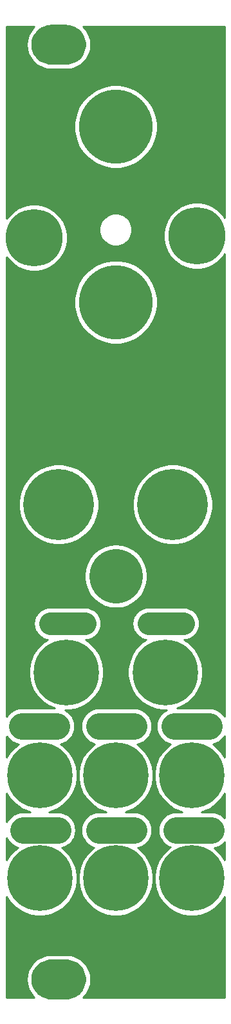
<source format=gbr>
G04 #@! TF.GenerationSoftware,KiCad,Pcbnew,(5.1.0)-1*
G04 #@! TF.CreationDate,2019-05-16T09:56:15+02:00*
G04 #@! TF.ProjectId,panel,70616e65-6c2e-46b6-9963-61645f706362,rev?*
G04 #@! TF.SameCoordinates,Original*
G04 #@! TF.FileFunction,Copper,L1,Top*
G04 #@! TF.FilePolarity,Positive*
%FSLAX46Y46*%
G04 Gerber Fmt 4.6, Leading zero omitted, Abs format (unit mm)*
G04 Created by KiCad (PCBNEW (5.1.0)-1) date 2019-05-16 09:56:15*
%MOMM*%
%LPD*%
G04 APERTURE LIST*
%ADD10C,0.100000*%
%ADD11C,5.200000*%
%ADD12C,8.600000*%
%ADD13C,7.500000*%
%ADD14C,9.300000*%
%ADD15C,9.700000*%
%ADD16C,3.000000*%
%ADD17C,3.500000*%
%ADD18C,7.000000*%
%ADD19C,0.254000*%
G04 APERTURE END LIST*
D10*
G36*
X8754845Y-122912519D02*
G01*
X9007235Y-122949957D01*
X9254740Y-123011954D01*
X9494977Y-123097912D01*
X9725632Y-123207004D01*
X9944483Y-123338178D01*
X10149423Y-123490172D01*
X10338478Y-123661521D01*
X10509827Y-123850576D01*
X10661821Y-124055516D01*
X10792995Y-124274367D01*
X10902087Y-124505022D01*
X10988045Y-124745259D01*
X11050042Y-124992764D01*
X11087480Y-125245154D01*
X11100000Y-125499999D01*
X11100000Y-125500001D01*
X11087480Y-125754846D01*
X11050042Y-126007236D01*
X10988045Y-126254741D01*
X10902087Y-126494978D01*
X10792995Y-126725633D01*
X10661821Y-126944484D01*
X10509827Y-127149424D01*
X10338478Y-127338479D01*
X10149423Y-127509828D01*
X9944483Y-127661822D01*
X9725632Y-127792996D01*
X9494977Y-127902088D01*
X9254740Y-127988046D01*
X9007235Y-128050043D01*
X8754845Y-128087481D01*
X8500000Y-128100001D01*
X6500000Y-128100001D01*
X6245155Y-128087481D01*
X5992765Y-128050043D01*
X5745260Y-127988046D01*
X5505023Y-127902088D01*
X5274368Y-127792996D01*
X5055517Y-127661822D01*
X4850577Y-127509828D01*
X4661522Y-127338479D01*
X4490173Y-127149424D01*
X4338179Y-126944484D01*
X4207005Y-126725633D01*
X4097913Y-126494978D01*
X4011955Y-126254741D01*
X3949958Y-126007236D01*
X3912520Y-125754846D01*
X3900000Y-125500001D01*
X3900000Y-125499999D01*
X3912520Y-125245154D01*
X3949958Y-124992764D01*
X4011955Y-124745259D01*
X4097913Y-124505022D01*
X4207005Y-124274367D01*
X4338179Y-124055516D01*
X4490173Y-123850576D01*
X4661522Y-123661521D01*
X4850577Y-123490172D01*
X5055517Y-123338178D01*
X5274368Y-123207004D01*
X5505023Y-123097912D01*
X5745260Y-123011954D01*
X5992765Y-122949957D01*
X6245155Y-122912519D01*
X6500000Y-122899999D01*
X8500000Y-122899999D01*
X8754845Y-122912519D01*
X8754845Y-122912519D01*
G37*
D11*
X7500000Y-125500000D03*
D10*
G36*
X8754845Y-412519D02*
G01*
X9007235Y-449957D01*
X9254740Y-511954D01*
X9494977Y-597912D01*
X9725632Y-707004D01*
X9944483Y-838178D01*
X10149423Y-990172D01*
X10338478Y-1161521D01*
X10509827Y-1350576D01*
X10661821Y-1555516D01*
X10792995Y-1774367D01*
X10902087Y-2005022D01*
X10988045Y-2245259D01*
X11050042Y-2492764D01*
X11087480Y-2745154D01*
X11100000Y-2999999D01*
X11100000Y-3000001D01*
X11087480Y-3254846D01*
X11050042Y-3507236D01*
X10988045Y-3754741D01*
X10902087Y-3994978D01*
X10792995Y-4225633D01*
X10661821Y-4444484D01*
X10509827Y-4649424D01*
X10338478Y-4838479D01*
X10149423Y-5009828D01*
X9944483Y-5161822D01*
X9725632Y-5292996D01*
X9494977Y-5402088D01*
X9254740Y-5488046D01*
X9007235Y-5550043D01*
X8754845Y-5587481D01*
X8500000Y-5600001D01*
X6500000Y-5600001D01*
X6245155Y-5587481D01*
X5992765Y-5550043D01*
X5745260Y-5488046D01*
X5505023Y-5402088D01*
X5274368Y-5292996D01*
X5055517Y-5161822D01*
X4850577Y-5009828D01*
X4661522Y-4838479D01*
X4490173Y-4649424D01*
X4338179Y-4444484D01*
X4207005Y-4225633D01*
X4097913Y-3994978D01*
X4011955Y-3754741D01*
X3949958Y-3507236D01*
X3912520Y-3254846D01*
X3900000Y-3000001D01*
X3900000Y-2999999D01*
X3912520Y-2745154D01*
X3949958Y-2492764D01*
X4011955Y-2245259D01*
X4097913Y-2005022D01*
X4207005Y-1774367D01*
X4338179Y-1555516D01*
X4490173Y-1350576D01*
X4661522Y-1161521D01*
X4850577Y-990172D01*
X5055517Y-838178D01*
X5274368Y-707004D01*
X5505023Y-597912D01*
X5745260Y-511954D01*
X5992765Y-449957D01*
X6245155Y-412519D01*
X6500000Y-399999D01*
X8500000Y-399999D01*
X8754845Y-412519D01*
X8754845Y-412519D01*
G37*
D11*
X7500000Y-3000000D03*
D12*
X25000000Y-112250000D03*
X15000000Y-112250000D03*
X5000000Y-112250000D03*
X25000000Y-98750000D03*
X15000000Y-98750000D03*
X5000000Y-98750000D03*
X21500000Y-85250000D03*
X8500000Y-85250000D03*
D13*
X25650000Y-28050000D03*
X4250000Y-28300000D03*
D14*
X22500000Y-63250000D03*
X7500000Y-63250000D03*
D15*
X15000000Y-36750000D03*
X15000000Y-13750000D03*
D16*
X6350000Y-78867000D02*
X10922000Y-78867000D01*
X19304000Y-78867000D02*
X23876000Y-78867000D01*
D17*
X2667000Y-92329000D02*
X7239000Y-92329000D01*
X12827000Y-92329000D02*
X17399000Y-92329000D01*
X22733000Y-92329000D02*
X27305000Y-92329000D01*
X2794000Y-105918000D02*
X7366000Y-105918000D01*
X12827000Y-105918000D02*
X17399000Y-105918000D01*
X22987000Y-105918000D02*
X27559000Y-105918000D01*
D18*
X15024100Y-72580500D02*
X15024100Y-72707500D01*
D19*
G36*
X4210337Y-710336D02*
G01*
X3807642Y-1201023D01*
X3508412Y-1760842D01*
X3324147Y-2368282D01*
X3261928Y-2999999D01*
X3261928Y-3000001D01*
X3324147Y-3631718D01*
X3508412Y-4239158D01*
X3807642Y-4798977D01*
X4210337Y-5289664D01*
X4701024Y-5692359D01*
X5260843Y-5991589D01*
X5868283Y-6175854D01*
X6500000Y-6238073D01*
X8500000Y-6238073D01*
X9131717Y-6175854D01*
X9739157Y-5991589D01*
X10298976Y-5692359D01*
X10789663Y-5289664D01*
X11192358Y-4798977D01*
X11491588Y-4239158D01*
X11675853Y-3631718D01*
X11738072Y-3000001D01*
X11738072Y-2999999D01*
X11675853Y-2368282D01*
X11491588Y-1760842D01*
X11192358Y-1201023D01*
X10789663Y-710336D01*
X10728328Y-660000D01*
X29340000Y-660000D01*
X29340000Y-25679685D01*
X29056052Y-25254726D01*
X28445274Y-24643948D01*
X27727076Y-24164064D01*
X26929057Y-23833513D01*
X26081885Y-23665000D01*
X25218115Y-23665000D01*
X24370943Y-23833513D01*
X23572924Y-24164064D01*
X22854726Y-24643948D01*
X22243948Y-25254726D01*
X21764064Y-25972924D01*
X21433513Y-26770943D01*
X21265000Y-27618115D01*
X21265000Y-28481885D01*
X21433513Y-29329057D01*
X21764064Y-30127076D01*
X22243948Y-30845274D01*
X22854726Y-31456052D01*
X23572924Y-31935936D01*
X24370943Y-32266487D01*
X25218115Y-32435000D01*
X26081885Y-32435000D01*
X26929057Y-32266487D01*
X27727076Y-31935936D01*
X28445274Y-31456052D01*
X29056052Y-30845274D01*
X29340000Y-30420315D01*
X29340001Y-91076788D01*
X29297649Y-90997554D01*
X28999609Y-90634391D01*
X28636446Y-90336351D01*
X28222116Y-90114887D01*
X27772542Y-89978510D01*
X27422157Y-89944000D01*
X23063456Y-89944000D01*
X23837599Y-89623340D01*
X24645879Y-89083265D01*
X25333265Y-88395879D01*
X25873340Y-87587599D01*
X26245350Y-86689486D01*
X26435000Y-85736055D01*
X26435000Y-84763945D01*
X26245350Y-83810514D01*
X25873340Y-82912401D01*
X25333265Y-82104121D01*
X24645879Y-81416735D01*
X24019492Y-80998197D01*
X24294533Y-80971108D01*
X24696982Y-80849026D01*
X25067881Y-80650777D01*
X25392977Y-80383977D01*
X25659777Y-80058881D01*
X25858026Y-79687982D01*
X25980108Y-79285533D01*
X26021330Y-78867000D01*
X25980108Y-78448467D01*
X25858026Y-78046018D01*
X25659777Y-77675119D01*
X25392977Y-77350023D01*
X25067881Y-77083223D01*
X24696982Y-76884974D01*
X24294533Y-76762892D01*
X23980882Y-76732000D01*
X19199118Y-76732000D01*
X18885467Y-76762892D01*
X18483018Y-76884974D01*
X18112119Y-77083223D01*
X17787023Y-77350023D01*
X17520223Y-77675119D01*
X17321974Y-78046018D01*
X17199892Y-78448467D01*
X17158670Y-78867000D01*
X17199892Y-79285533D01*
X17321974Y-79687982D01*
X17520223Y-80058881D01*
X17787023Y-80383977D01*
X18112119Y-80650777D01*
X18483018Y-80849026D01*
X18885467Y-80971108D01*
X19003632Y-80982746D01*
X18354121Y-81416735D01*
X17666735Y-82104121D01*
X17126660Y-82912401D01*
X16754650Y-83810514D01*
X16565000Y-84763945D01*
X16565000Y-85736055D01*
X16754650Y-86689486D01*
X17126660Y-87587599D01*
X17666735Y-88395879D01*
X18354121Y-89083265D01*
X19162401Y-89623340D01*
X20060514Y-89995350D01*
X21013945Y-90185000D01*
X21684712Y-90185000D01*
X21401554Y-90336351D01*
X21038391Y-90634391D01*
X20740351Y-90997554D01*
X20518887Y-91411884D01*
X20382510Y-91861458D01*
X20336461Y-92329000D01*
X20382510Y-92796542D01*
X20518887Y-93246116D01*
X20740351Y-93660446D01*
X21038391Y-94023609D01*
X21401554Y-94321649D01*
X21815884Y-94543113D01*
X22226755Y-94667749D01*
X21854121Y-94916735D01*
X21166735Y-95604121D01*
X20626660Y-96412401D01*
X20254650Y-97310514D01*
X20065000Y-98263945D01*
X20065000Y-99236055D01*
X20254650Y-100189486D01*
X20626660Y-101087599D01*
X21166735Y-101895879D01*
X21854121Y-102583265D01*
X22662401Y-103123340D01*
X23560514Y-103495350D01*
X23749793Y-103533000D01*
X22869843Y-103533000D01*
X22519458Y-103567510D01*
X22069884Y-103703887D01*
X21655554Y-103925351D01*
X21292391Y-104223391D01*
X20994351Y-104586554D01*
X20772887Y-105000884D01*
X20636510Y-105450458D01*
X20590461Y-105918000D01*
X20636510Y-106385542D01*
X20772887Y-106835116D01*
X20994351Y-107249446D01*
X21292391Y-107612609D01*
X21655554Y-107910649D01*
X22069884Y-108132113D01*
X22214454Y-108175968D01*
X21854121Y-108416735D01*
X21166735Y-109104121D01*
X20626660Y-109912401D01*
X20254650Y-110810514D01*
X20065000Y-111763945D01*
X20065000Y-112736055D01*
X20254650Y-113689486D01*
X20626660Y-114587599D01*
X21166735Y-115395879D01*
X21854121Y-116083265D01*
X22662401Y-116623340D01*
X23560514Y-116995350D01*
X24513945Y-117185000D01*
X25486055Y-117185000D01*
X26439486Y-116995350D01*
X27337599Y-116623340D01*
X28145879Y-116083265D01*
X28833265Y-115395879D01*
X29340001Y-114637495D01*
X29340001Y-127840000D01*
X10728328Y-127840000D01*
X10789663Y-127789664D01*
X11192358Y-127298977D01*
X11491588Y-126739158D01*
X11675853Y-126131718D01*
X11738072Y-125500001D01*
X11738072Y-125499999D01*
X11675853Y-124868282D01*
X11491588Y-124260842D01*
X11192358Y-123701023D01*
X10789663Y-123210336D01*
X10298976Y-122807641D01*
X9739157Y-122508411D01*
X9131717Y-122324146D01*
X8500000Y-122261927D01*
X6500000Y-122261927D01*
X5868283Y-122324146D01*
X5260843Y-122508411D01*
X4701024Y-122807641D01*
X4210337Y-123210336D01*
X3807642Y-123701023D01*
X3508412Y-124260842D01*
X3324147Y-124868282D01*
X3261928Y-125499999D01*
X3261928Y-125500001D01*
X3324147Y-126131718D01*
X3508412Y-126739158D01*
X3807642Y-127298977D01*
X4210337Y-127789664D01*
X4271672Y-127840000D01*
X660000Y-127840000D01*
X660000Y-114637496D01*
X1166735Y-115395879D01*
X1854121Y-116083265D01*
X2662401Y-116623340D01*
X3560514Y-116995350D01*
X4513945Y-117185000D01*
X5486055Y-117185000D01*
X6439486Y-116995350D01*
X7337599Y-116623340D01*
X8145879Y-116083265D01*
X8833265Y-115395879D01*
X9373340Y-114587599D01*
X9745350Y-113689486D01*
X9935000Y-112736055D01*
X9935000Y-111763945D01*
X9745350Y-110810514D01*
X9373340Y-109912401D01*
X8833265Y-109104121D01*
X8145879Y-108416735D01*
X7895766Y-108249615D01*
X8283116Y-108132113D01*
X8697446Y-107910649D01*
X9060609Y-107612609D01*
X9358649Y-107249446D01*
X9580113Y-106835116D01*
X9716490Y-106385542D01*
X9762539Y-105918000D01*
X9716490Y-105450458D01*
X9580113Y-105000884D01*
X9358649Y-104586554D01*
X9060609Y-104223391D01*
X8697446Y-103925351D01*
X8283116Y-103703887D01*
X7833542Y-103567510D01*
X7483157Y-103533000D01*
X6250207Y-103533000D01*
X6439486Y-103495350D01*
X7337599Y-103123340D01*
X8145879Y-102583265D01*
X8833265Y-101895879D01*
X9373340Y-101087599D01*
X9745350Y-100189486D01*
X9935000Y-99236055D01*
X9935000Y-98263945D01*
X10065000Y-98263945D01*
X10065000Y-99236055D01*
X10254650Y-100189486D01*
X10626660Y-101087599D01*
X11166735Y-101895879D01*
X11854121Y-102583265D01*
X12662401Y-103123340D01*
X13560514Y-103495350D01*
X13749793Y-103533000D01*
X12709843Y-103533000D01*
X12359458Y-103567510D01*
X11909884Y-103703887D01*
X11495554Y-103925351D01*
X11132391Y-104223391D01*
X10834351Y-104586554D01*
X10612887Y-105000884D01*
X10476510Y-105450458D01*
X10430461Y-105918000D01*
X10476510Y-106385542D01*
X10612887Y-106835116D01*
X10834351Y-107249446D01*
X11132391Y-107612609D01*
X11495554Y-107910649D01*
X11909884Y-108132113D01*
X12164496Y-108209349D01*
X11854121Y-108416735D01*
X11166735Y-109104121D01*
X10626660Y-109912401D01*
X10254650Y-110810514D01*
X10065000Y-111763945D01*
X10065000Y-112736055D01*
X10254650Y-113689486D01*
X10626660Y-114587599D01*
X11166735Y-115395879D01*
X11854121Y-116083265D01*
X12662401Y-116623340D01*
X13560514Y-116995350D01*
X14513945Y-117185000D01*
X15486055Y-117185000D01*
X16439486Y-116995350D01*
X17337599Y-116623340D01*
X18145879Y-116083265D01*
X18833265Y-115395879D01*
X19373340Y-114587599D01*
X19745350Y-113689486D01*
X19935000Y-112736055D01*
X19935000Y-111763945D01*
X19745350Y-110810514D01*
X19373340Y-109912401D01*
X18833265Y-109104121D01*
X18145879Y-108416735D01*
X17906069Y-108256499D01*
X18316116Y-108132113D01*
X18730446Y-107910649D01*
X19093609Y-107612609D01*
X19391649Y-107249446D01*
X19613113Y-106835116D01*
X19749490Y-106385542D01*
X19795539Y-105918000D01*
X19749490Y-105450458D01*
X19613113Y-105000884D01*
X19391649Y-104586554D01*
X19093609Y-104223391D01*
X18730446Y-103925351D01*
X18316116Y-103703887D01*
X17866542Y-103567510D01*
X17516157Y-103533000D01*
X16250207Y-103533000D01*
X16439486Y-103495350D01*
X17337599Y-103123340D01*
X18145879Y-102583265D01*
X18833265Y-101895879D01*
X19373340Y-101087599D01*
X19745350Y-100189486D01*
X19935000Y-99236055D01*
X19935000Y-98263945D01*
X19745350Y-97310514D01*
X19373340Y-96412401D01*
X18833265Y-95604121D01*
X18145879Y-94916735D01*
X17800545Y-94685990D01*
X17866542Y-94679490D01*
X18316116Y-94543113D01*
X18730446Y-94321649D01*
X19093609Y-94023609D01*
X19391649Y-93660446D01*
X19613113Y-93246116D01*
X19749490Y-92796542D01*
X19795539Y-92329000D01*
X19749490Y-91861458D01*
X19613113Y-91411884D01*
X19391649Y-90997554D01*
X19093609Y-90634391D01*
X18730446Y-90336351D01*
X18316116Y-90114887D01*
X17866542Y-89978510D01*
X17516157Y-89944000D01*
X12709843Y-89944000D01*
X12359458Y-89978510D01*
X11909884Y-90114887D01*
X11495554Y-90336351D01*
X11132391Y-90634391D01*
X10834351Y-90997554D01*
X10612887Y-91411884D01*
X10476510Y-91861458D01*
X10430461Y-92329000D01*
X10476510Y-92796542D01*
X10612887Y-93246116D01*
X10834351Y-93660446D01*
X11132391Y-94023609D01*
X11495554Y-94321649D01*
X11909884Y-94543113D01*
X12256105Y-94648138D01*
X11854121Y-94916735D01*
X11166735Y-95604121D01*
X10626660Y-96412401D01*
X10254650Y-97310514D01*
X10065000Y-98263945D01*
X9935000Y-98263945D01*
X9745350Y-97310514D01*
X9373340Y-96412401D01*
X8833265Y-95604121D01*
X8145879Y-94916735D01*
X7764503Y-94661908D01*
X8156116Y-94543113D01*
X8570446Y-94321649D01*
X8933609Y-94023609D01*
X9231649Y-93660446D01*
X9453113Y-93246116D01*
X9589490Y-92796542D01*
X9635539Y-92329000D01*
X9589490Y-91861458D01*
X9453113Y-91411884D01*
X9231649Y-90997554D01*
X8933609Y-90634391D01*
X8570446Y-90336351D01*
X8287288Y-90185000D01*
X8986055Y-90185000D01*
X9939486Y-89995350D01*
X10837599Y-89623340D01*
X11645879Y-89083265D01*
X12333265Y-88395879D01*
X12873340Y-87587599D01*
X13245350Y-86689486D01*
X13435000Y-85736055D01*
X13435000Y-84763945D01*
X13245350Y-83810514D01*
X12873340Y-82912401D01*
X12333265Y-82104121D01*
X11645879Y-81416735D01*
X11025184Y-81002000D01*
X11026882Y-81002000D01*
X11340533Y-80971108D01*
X11742982Y-80849026D01*
X12113881Y-80650777D01*
X12438977Y-80383977D01*
X12705777Y-80058881D01*
X12904026Y-79687982D01*
X13026108Y-79285533D01*
X13067330Y-78867000D01*
X13026108Y-78448467D01*
X12904026Y-78046018D01*
X12705777Y-77675119D01*
X12438977Y-77350023D01*
X12113881Y-77083223D01*
X11742982Y-76884974D01*
X11340533Y-76762892D01*
X11026882Y-76732000D01*
X6245118Y-76732000D01*
X5931467Y-76762892D01*
X5529018Y-76884974D01*
X5158119Y-77083223D01*
X4833023Y-77350023D01*
X4566223Y-77675119D01*
X4367974Y-78046018D01*
X4245892Y-78448467D01*
X4204670Y-78867000D01*
X4245892Y-79285533D01*
X4367974Y-79687982D01*
X4566223Y-80058881D01*
X4833023Y-80383977D01*
X5158119Y-80650777D01*
X5529018Y-80849026D01*
X5931467Y-80971108D01*
X6009541Y-80978798D01*
X5354121Y-81416735D01*
X4666735Y-82104121D01*
X4126660Y-82912401D01*
X3754650Y-83810514D01*
X3565000Y-84763945D01*
X3565000Y-85736055D01*
X3754650Y-86689486D01*
X4126660Y-87587599D01*
X4666735Y-88395879D01*
X5354121Y-89083265D01*
X6162401Y-89623340D01*
X6936544Y-89944000D01*
X2549843Y-89944000D01*
X2199458Y-89978510D01*
X1749884Y-90114887D01*
X1335554Y-90336351D01*
X972391Y-90634391D01*
X674351Y-90997554D01*
X660000Y-91024403D01*
X660000Y-72377366D01*
X10889100Y-72377366D01*
X10889100Y-72910635D01*
X10948930Y-73518102D01*
X11185374Y-74297552D01*
X11569338Y-75015898D01*
X12086066Y-75645534D01*
X12715702Y-76162262D01*
X13434049Y-76546226D01*
X14213499Y-76782670D01*
X15024100Y-76862507D01*
X15834702Y-76782670D01*
X16614152Y-76546226D01*
X17332498Y-76162262D01*
X17962134Y-75645534D01*
X18478862Y-75015898D01*
X18862826Y-74297551D01*
X19099270Y-73518101D01*
X19159100Y-72910634D01*
X19159100Y-72377365D01*
X19099270Y-71769898D01*
X18862826Y-70990448D01*
X18478862Y-70272102D01*
X17962134Y-69642466D01*
X17332498Y-69125738D01*
X16614151Y-68741774D01*
X15834701Y-68505330D01*
X15024100Y-68425493D01*
X14213498Y-68505330D01*
X13434048Y-68741774D01*
X12715702Y-69125738D01*
X12086066Y-69642466D01*
X11569338Y-70272102D01*
X11185374Y-70990449D01*
X10948930Y-71769899D01*
X10889100Y-72377366D01*
X660000Y-72377366D01*
X660000Y-62729473D01*
X2215000Y-62729473D01*
X2215000Y-63770527D01*
X2418099Y-64791578D01*
X2816494Y-65753386D01*
X3394872Y-66618991D01*
X4131009Y-67355128D01*
X4996614Y-67933506D01*
X5958422Y-68331901D01*
X6979473Y-68535000D01*
X8020527Y-68535000D01*
X9041578Y-68331901D01*
X10003386Y-67933506D01*
X10868991Y-67355128D01*
X11605128Y-66618991D01*
X12183506Y-65753386D01*
X12581901Y-64791578D01*
X12785000Y-63770527D01*
X12785000Y-62729473D01*
X17215000Y-62729473D01*
X17215000Y-63770527D01*
X17418099Y-64791578D01*
X17816494Y-65753386D01*
X18394872Y-66618991D01*
X19131009Y-67355128D01*
X19996614Y-67933506D01*
X20958422Y-68331901D01*
X21979473Y-68535000D01*
X23020527Y-68535000D01*
X24041578Y-68331901D01*
X25003386Y-67933506D01*
X25868991Y-67355128D01*
X26605128Y-66618991D01*
X27183506Y-65753386D01*
X27581901Y-64791578D01*
X27785000Y-63770527D01*
X27785000Y-62729473D01*
X27581901Y-61708422D01*
X27183506Y-60746614D01*
X26605128Y-59881009D01*
X25868991Y-59144872D01*
X25003386Y-58566494D01*
X24041578Y-58168099D01*
X23020527Y-57965000D01*
X21979473Y-57965000D01*
X20958422Y-58168099D01*
X19996614Y-58566494D01*
X19131009Y-59144872D01*
X18394872Y-59881009D01*
X17816494Y-60746614D01*
X17418099Y-61708422D01*
X17215000Y-62729473D01*
X12785000Y-62729473D01*
X12581901Y-61708422D01*
X12183506Y-60746614D01*
X11605128Y-59881009D01*
X10868991Y-59144872D01*
X10003386Y-58566494D01*
X9041578Y-58168099D01*
X8020527Y-57965000D01*
X6979473Y-57965000D01*
X5958422Y-58168099D01*
X4996614Y-58566494D01*
X4131009Y-59144872D01*
X3394872Y-59881009D01*
X2816494Y-60746614D01*
X2418099Y-61708422D01*
X2215000Y-62729473D01*
X660000Y-62729473D01*
X660000Y-36209775D01*
X9515000Y-36209775D01*
X9515000Y-37290225D01*
X9725785Y-38349916D01*
X10139256Y-39348122D01*
X10739522Y-40246484D01*
X11503516Y-41010478D01*
X12401878Y-41610744D01*
X13400084Y-42024215D01*
X14459775Y-42235000D01*
X15540225Y-42235000D01*
X16599916Y-42024215D01*
X17598122Y-41610744D01*
X18496484Y-41010478D01*
X19260478Y-40246484D01*
X19860744Y-39348122D01*
X20274215Y-38349916D01*
X20485000Y-37290225D01*
X20485000Y-36209775D01*
X20274215Y-35150084D01*
X19860744Y-34151878D01*
X19260478Y-33253516D01*
X18496484Y-32489522D01*
X17598122Y-31889256D01*
X16599916Y-31475785D01*
X15540225Y-31265000D01*
X14459775Y-31265000D01*
X13400084Y-31475785D01*
X12401878Y-31889256D01*
X11503516Y-32489522D01*
X10739522Y-33253516D01*
X10139256Y-34151878D01*
X9725785Y-35150084D01*
X9515000Y-36209775D01*
X660000Y-36209775D01*
X660000Y-30819976D01*
X843948Y-31095274D01*
X1454726Y-31706052D01*
X2172924Y-32185936D01*
X2970943Y-32516487D01*
X3818115Y-32685000D01*
X4681885Y-32685000D01*
X5529057Y-32516487D01*
X6327076Y-32185936D01*
X7045274Y-31706052D01*
X7656052Y-31095274D01*
X8135936Y-30377076D01*
X8466487Y-29579057D01*
X8635000Y-28731885D01*
X8635000Y-27868115D01*
X8469733Y-27037259D01*
X12840000Y-27037259D01*
X12840000Y-27462741D01*
X12923008Y-27880049D01*
X13085833Y-28273144D01*
X13322219Y-28626920D01*
X13623080Y-28927781D01*
X13976856Y-29164167D01*
X14369951Y-29326992D01*
X14787259Y-29410000D01*
X15212741Y-29410000D01*
X15630049Y-29326992D01*
X16023144Y-29164167D01*
X16376920Y-28927781D01*
X16677781Y-28626920D01*
X16914167Y-28273144D01*
X17076992Y-27880049D01*
X17160000Y-27462741D01*
X17160000Y-27037259D01*
X17076992Y-26619951D01*
X16914167Y-26226856D01*
X16677781Y-25873080D01*
X16376920Y-25572219D01*
X16023144Y-25335833D01*
X15630049Y-25173008D01*
X15212741Y-25090000D01*
X14787259Y-25090000D01*
X14369951Y-25173008D01*
X13976856Y-25335833D01*
X13623080Y-25572219D01*
X13322219Y-25873080D01*
X13085833Y-26226856D01*
X12923008Y-26619951D01*
X12840000Y-27037259D01*
X8469733Y-27037259D01*
X8466487Y-27020943D01*
X8135936Y-26222924D01*
X7656052Y-25504726D01*
X7045274Y-24893948D01*
X6327076Y-24414064D01*
X5529057Y-24083513D01*
X4681885Y-23915000D01*
X3818115Y-23915000D01*
X2970943Y-24083513D01*
X2172924Y-24414064D01*
X1454726Y-24893948D01*
X843948Y-25504726D01*
X660000Y-25780024D01*
X660000Y-13209775D01*
X9515000Y-13209775D01*
X9515000Y-14290225D01*
X9725785Y-15349916D01*
X10139256Y-16348122D01*
X10739522Y-17246484D01*
X11503516Y-18010478D01*
X12401878Y-18610744D01*
X13400084Y-19024215D01*
X14459775Y-19235000D01*
X15540225Y-19235000D01*
X16599916Y-19024215D01*
X17598122Y-18610744D01*
X18496484Y-18010478D01*
X19260478Y-17246484D01*
X19860744Y-16348122D01*
X20274215Y-15349916D01*
X20485000Y-14290225D01*
X20485000Y-13209775D01*
X20274215Y-12150084D01*
X19860744Y-11151878D01*
X19260478Y-10253516D01*
X18496484Y-9489522D01*
X17598122Y-8889256D01*
X16599916Y-8475785D01*
X15540225Y-8265000D01*
X14459775Y-8265000D01*
X13400084Y-8475785D01*
X12401878Y-8889256D01*
X11503516Y-9489522D01*
X10739522Y-10253516D01*
X10139256Y-11151878D01*
X9725785Y-12150084D01*
X9515000Y-13209775D01*
X660000Y-13209775D01*
X660000Y-660000D01*
X4271672Y-660000D01*
X4210337Y-710336D01*
X4210337Y-710336D01*
G37*
X4210337Y-710336D02*
X3807642Y-1201023D01*
X3508412Y-1760842D01*
X3324147Y-2368282D01*
X3261928Y-2999999D01*
X3261928Y-3000001D01*
X3324147Y-3631718D01*
X3508412Y-4239158D01*
X3807642Y-4798977D01*
X4210337Y-5289664D01*
X4701024Y-5692359D01*
X5260843Y-5991589D01*
X5868283Y-6175854D01*
X6500000Y-6238073D01*
X8500000Y-6238073D01*
X9131717Y-6175854D01*
X9739157Y-5991589D01*
X10298976Y-5692359D01*
X10789663Y-5289664D01*
X11192358Y-4798977D01*
X11491588Y-4239158D01*
X11675853Y-3631718D01*
X11738072Y-3000001D01*
X11738072Y-2999999D01*
X11675853Y-2368282D01*
X11491588Y-1760842D01*
X11192358Y-1201023D01*
X10789663Y-710336D01*
X10728328Y-660000D01*
X29340000Y-660000D01*
X29340000Y-25679685D01*
X29056052Y-25254726D01*
X28445274Y-24643948D01*
X27727076Y-24164064D01*
X26929057Y-23833513D01*
X26081885Y-23665000D01*
X25218115Y-23665000D01*
X24370943Y-23833513D01*
X23572924Y-24164064D01*
X22854726Y-24643948D01*
X22243948Y-25254726D01*
X21764064Y-25972924D01*
X21433513Y-26770943D01*
X21265000Y-27618115D01*
X21265000Y-28481885D01*
X21433513Y-29329057D01*
X21764064Y-30127076D01*
X22243948Y-30845274D01*
X22854726Y-31456052D01*
X23572924Y-31935936D01*
X24370943Y-32266487D01*
X25218115Y-32435000D01*
X26081885Y-32435000D01*
X26929057Y-32266487D01*
X27727076Y-31935936D01*
X28445274Y-31456052D01*
X29056052Y-30845274D01*
X29340000Y-30420315D01*
X29340001Y-91076788D01*
X29297649Y-90997554D01*
X28999609Y-90634391D01*
X28636446Y-90336351D01*
X28222116Y-90114887D01*
X27772542Y-89978510D01*
X27422157Y-89944000D01*
X23063456Y-89944000D01*
X23837599Y-89623340D01*
X24645879Y-89083265D01*
X25333265Y-88395879D01*
X25873340Y-87587599D01*
X26245350Y-86689486D01*
X26435000Y-85736055D01*
X26435000Y-84763945D01*
X26245350Y-83810514D01*
X25873340Y-82912401D01*
X25333265Y-82104121D01*
X24645879Y-81416735D01*
X24019492Y-80998197D01*
X24294533Y-80971108D01*
X24696982Y-80849026D01*
X25067881Y-80650777D01*
X25392977Y-80383977D01*
X25659777Y-80058881D01*
X25858026Y-79687982D01*
X25980108Y-79285533D01*
X26021330Y-78867000D01*
X25980108Y-78448467D01*
X25858026Y-78046018D01*
X25659777Y-77675119D01*
X25392977Y-77350023D01*
X25067881Y-77083223D01*
X24696982Y-76884974D01*
X24294533Y-76762892D01*
X23980882Y-76732000D01*
X19199118Y-76732000D01*
X18885467Y-76762892D01*
X18483018Y-76884974D01*
X18112119Y-77083223D01*
X17787023Y-77350023D01*
X17520223Y-77675119D01*
X17321974Y-78046018D01*
X17199892Y-78448467D01*
X17158670Y-78867000D01*
X17199892Y-79285533D01*
X17321974Y-79687982D01*
X17520223Y-80058881D01*
X17787023Y-80383977D01*
X18112119Y-80650777D01*
X18483018Y-80849026D01*
X18885467Y-80971108D01*
X19003632Y-80982746D01*
X18354121Y-81416735D01*
X17666735Y-82104121D01*
X17126660Y-82912401D01*
X16754650Y-83810514D01*
X16565000Y-84763945D01*
X16565000Y-85736055D01*
X16754650Y-86689486D01*
X17126660Y-87587599D01*
X17666735Y-88395879D01*
X18354121Y-89083265D01*
X19162401Y-89623340D01*
X20060514Y-89995350D01*
X21013945Y-90185000D01*
X21684712Y-90185000D01*
X21401554Y-90336351D01*
X21038391Y-90634391D01*
X20740351Y-90997554D01*
X20518887Y-91411884D01*
X20382510Y-91861458D01*
X20336461Y-92329000D01*
X20382510Y-92796542D01*
X20518887Y-93246116D01*
X20740351Y-93660446D01*
X21038391Y-94023609D01*
X21401554Y-94321649D01*
X21815884Y-94543113D01*
X22226755Y-94667749D01*
X21854121Y-94916735D01*
X21166735Y-95604121D01*
X20626660Y-96412401D01*
X20254650Y-97310514D01*
X20065000Y-98263945D01*
X20065000Y-99236055D01*
X20254650Y-100189486D01*
X20626660Y-101087599D01*
X21166735Y-101895879D01*
X21854121Y-102583265D01*
X22662401Y-103123340D01*
X23560514Y-103495350D01*
X23749793Y-103533000D01*
X22869843Y-103533000D01*
X22519458Y-103567510D01*
X22069884Y-103703887D01*
X21655554Y-103925351D01*
X21292391Y-104223391D01*
X20994351Y-104586554D01*
X20772887Y-105000884D01*
X20636510Y-105450458D01*
X20590461Y-105918000D01*
X20636510Y-106385542D01*
X20772887Y-106835116D01*
X20994351Y-107249446D01*
X21292391Y-107612609D01*
X21655554Y-107910649D01*
X22069884Y-108132113D01*
X22214454Y-108175968D01*
X21854121Y-108416735D01*
X21166735Y-109104121D01*
X20626660Y-109912401D01*
X20254650Y-110810514D01*
X20065000Y-111763945D01*
X20065000Y-112736055D01*
X20254650Y-113689486D01*
X20626660Y-114587599D01*
X21166735Y-115395879D01*
X21854121Y-116083265D01*
X22662401Y-116623340D01*
X23560514Y-116995350D01*
X24513945Y-117185000D01*
X25486055Y-117185000D01*
X26439486Y-116995350D01*
X27337599Y-116623340D01*
X28145879Y-116083265D01*
X28833265Y-115395879D01*
X29340001Y-114637495D01*
X29340001Y-127840000D01*
X10728328Y-127840000D01*
X10789663Y-127789664D01*
X11192358Y-127298977D01*
X11491588Y-126739158D01*
X11675853Y-126131718D01*
X11738072Y-125500001D01*
X11738072Y-125499999D01*
X11675853Y-124868282D01*
X11491588Y-124260842D01*
X11192358Y-123701023D01*
X10789663Y-123210336D01*
X10298976Y-122807641D01*
X9739157Y-122508411D01*
X9131717Y-122324146D01*
X8500000Y-122261927D01*
X6500000Y-122261927D01*
X5868283Y-122324146D01*
X5260843Y-122508411D01*
X4701024Y-122807641D01*
X4210337Y-123210336D01*
X3807642Y-123701023D01*
X3508412Y-124260842D01*
X3324147Y-124868282D01*
X3261928Y-125499999D01*
X3261928Y-125500001D01*
X3324147Y-126131718D01*
X3508412Y-126739158D01*
X3807642Y-127298977D01*
X4210337Y-127789664D01*
X4271672Y-127840000D01*
X660000Y-127840000D01*
X660000Y-114637496D01*
X1166735Y-115395879D01*
X1854121Y-116083265D01*
X2662401Y-116623340D01*
X3560514Y-116995350D01*
X4513945Y-117185000D01*
X5486055Y-117185000D01*
X6439486Y-116995350D01*
X7337599Y-116623340D01*
X8145879Y-116083265D01*
X8833265Y-115395879D01*
X9373340Y-114587599D01*
X9745350Y-113689486D01*
X9935000Y-112736055D01*
X9935000Y-111763945D01*
X9745350Y-110810514D01*
X9373340Y-109912401D01*
X8833265Y-109104121D01*
X8145879Y-108416735D01*
X7895766Y-108249615D01*
X8283116Y-108132113D01*
X8697446Y-107910649D01*
X9060609Y-107612609D01*
X9358649Y-107249446D01*
X9580113Y-106835116D01*
X9716490Y-106385542D01*
X9762539Y-105918000D01*
X9716490Y-105450458D01*
X9580113Y-105000884D01*
X9358649Y-104586554D01*
X9060609Y-104223391D01*
X8697446Y-103925351D01*
X8283116Y-103703887D01*
X7833542Y-103567510D01*
X7483157Y-103533000D01*
X6250207Y-103533000D01*
X6439486Y-103495350D01*
X7337599Y-103123340D01*
X8145879Y-102583265D01*
X8833265Y-101895879D01*
X9373340Y-101087599D01*
X9745350Y-100189486D01*
X9935000Y-99236055D01*
X9935000Y-98263945D01*
X10065000Y-98263945D01*
X10065000Y-99236055D01*
X10254650Y-100189486D01*
X10626660Y-101087599D01*
X11166735Y-101895879D01*
X11854121Y-102583265D01*
X12662401Y-103123340D01*
X13560514Y-103495350D01*
X13749793Y-103533000D01*
X12709843Y-103533000D01*
X12359458Y-103567510D01*
X11909884Y-103703887D01*
X11495554Y-103925351D01*
X11132391Y-104223391D01*
X10834351Y-104586554D01*
X10612887Y-105000884D01*
X10476510Y-105450458D01*
X10430461Y-105918000D01*
X10476510Y-106385542D01*
X10612887Y-106835116D01*
X10834351Y-107249446D01*
X11132391Y-107612609D01*
X11495554Y-107910649D01*
X11909884Y-108132113D01*
X12164496Y-108209349D01*
X11854121Y-108416735D01*
X11166735Y-109104121D01*
X10626660Y-109912401D01*
X10254650Y-110810514D01*
X10065000Y-111763945D01*
X10065000Y-112736055D01*
X10254650Y-113689486D01*
X10626660Y-114587599D01*
X11166735Y-115395879D01*
X11854121Y-116083265D01*
X12662401Y-116623340D01*
X13560514Y-116995350D01*
X14513945Y-117185000D01*
X15486055Y-117185000D01*
X16439486Y-116995350D01*
X17337599Y-116623340D01*
X18145879Y-116083265D01*
X18833265Y-115395879D01*
X19373340Y-114587599D01*
X19745350Y-113689486D01*
X19935000Y-112736055D01*
X19935000Y-111763945D01*
X19745350Y-110810514D01*
X19373340Y-109912401D01*
X18833265Y-109104121D01*
X18145879Y-108416735D01*
X17906069Y-108256499D01*
X18316116Y-108132113D01*
X18730446Y-107910649D01*
X19093609Y-107612609D01*
X19391649Y-107249446D01*
X19613113Y-106835116D01*
X19749490Y-106385542D01*
X19795539Y-105918000D01*
X19749490Y-105450458D01*
X19613113Y-105000884D01*
X19391649Y-104586554D01*
X19093609Y-104223391D01*
X18730446Y-103925351D01*
X18316116Y-103703887D01*
X17866542Y-103567510D01*
X17516157Y-103533000D01*
X16250207Y-103533000D01*
X16439486Y-103495350D01*
X17337599Y-103123340D01*
X18145879Y-102583265D01*
X18833265Y-101895879D01*
X19373340Y-101087599D01*
X19745350Y-100189486D01*
X19935000Y-99236055D01*
X19935000Y-98263945D01*
X19745350Y-97310514D01*
X19373340Y-96412401D01*
X18833265Y-95604121D01*
X18145879Y-94916735D01*
X17800545Y-94685990D01*
X17866542Y-94679490D01*
X18316116Y-94543113D01*
X18730446Y-94321649D01*
X19093609Y-94023609D01*
X19391649Y-93660446D01*
X19613113Y-93246116D01*
X19749490Y-92796542D01*
X19795539Y-92329000D01*
X19749490Y-91861458D01*
X19613113Y-91411884D01*
X19391649Y-90997554D01*
X19093609Y-90634391D01*
X18730446Y-90336351D01*
X18316116Y-90114887D01*
X17866542Y-89978510D01*
X17516157Y-89944000D01*
X12709843Y-89944000D01*
X12359458Y-89978510D01*
X11909884Y-90114887D01*
X11495554Y-90336351D01*
X11132391Y-90634391D01*
X10834351Y-90997554D01*
X10612887Y-91411884D01*
X10476510Y-91861458D01*
X10430461Y-92329000D01*
X10476510Y-92796542D01*
X10612887Y-93246116D01*
X10834351Y-93660446D01*
X11132391Y-94023609D01*
X11495554Y-94321649D01*
X11909884Y-94543113D01*
X12256105Y-94648138D01*
X11854121Y-94916735D01*
X11166735Y-95604121D01*
X10626660Y-96412401D01*
X10254650Y-97310514D01*
X10065000Y-98263945D01*
X9935000Y-98263945D01*
X9745350Y-97310514D01*
X9373340Y-96412401D01*
X8833265Y-95604121D01*
X8145879Y-94916735D01*
X7764503Y-94661908D01*
X8156116Y-94543113D01*
X8570446Y-94321649D01*
X8933609Y-94023609D01*
X9231649Y-93660446D01*
X9453113Y-93246116D01*
X9589490Y-92796542D01*
X9635539Y-92329000D01*
X9589490Y-91861458D01*
X9453113Y-91411884D01*
X9231649Y-90997554D01*
X8933609Y-90634391D01*
X8570446Y-90336351D01*
X8287288Y-90185000D01*
X8986055Y-90185000D01*
X9939486Y-89995350D01*
X10837599Y-89623340D01*
X11645879Y-89083265D01*
X12333265Y-88395879D01*
X12873340Y-87587599D01*
X13245350Y-86689486D01*
X13435000Y-85736055D01*
X13435000Y-84763945D01*
X13245350Y-83810514D01*
X12873340Y-82912401D01*
X12333265Y-82104121D01*
X11645879Y-81416735D01*
X11025184Y-81002000D01*
X11026882Y-81002000D01*
X11340533Y-80971108D01*
X11742982Y-80849026D01*
X12113881Y-80650777D01*
X12438977Y-80383977D01*
X12705777Y-80058881D01*
X12904026Y-79687982D01*
X13026108Y-79285533D01*
X13067330Y-78867000D01*
X13026108Y-78448467D01*
X12904026Y-78046018D01*
X12705777Y-77675119D01*
X12438977Y-77350023D01*
X12113881Y-77083223D01*
X11742982Y-76884974D01*
X11340533Y-76762892D01*
X11026882Y-76732000D01*
X6245118Y-76732000D01*
X5931467Y-76762892D01*
X5529018Y-76884974D01*
X5158119Y-77083223D01*
X4833023Y-77350023D01*
X4566223Y-77675119D01*
X4367974Y-78046018D01*
X4245892Y-78448467D01*
X4204670Y-78867000D01*
X4245892Y-79285533D01*
X4367974Y-79687982D01*
X4566223Y-80058881D01*
X4833023Y-80383977D01*
X5158119Y-80650777D01*
X5529018Y-80849026D01*
X5931467Y-80971108D01*
X6009541Y-80978798D01*
X5354121Y-81416735D01*
X4666735Y-82104121D01*
X4126660Y-82912401D01*
X3754650Y-83810514D01*
X3565000Y-84763945D01*
X3565000Y-85736055D01*
X3754650Y-86689486D01*
X4126660Y-87587599D01*
X4666735Y-88395879D01*
X5354121Y-89083265D01*
X6162401Y-89623340D01*
X6936544Y-89944000D01*
X2549843Y-89944000D01*
X2199458Y-89978510D01*
X1749884Y-90114887D01*
X1335554Y-90336351D01*
X972391Y-90634391D01*
X674351Y-90997554D01*
X660000Y-91024403D01*
X660000Y-72377366D01*
X10889100Y-72377366D01*
X10889100Y-72910635D01*
X10948930Y-73518102D01*
X11185374Y-74297552D01*
X11569338Y-75015898D01*
X12086066Y-75645534D01*
X12715702Y-76162262D01*
X13434049Y-76546226D01*
X14213499Y-76782670D01*
X15024100Y-76862507D01*
X15834702Y-76782670D01*
X16614152Y-76546226D01*
X17332498Y-76162262D01*
X17962134Y-75645534D01*
X18478862Y-75015898D01*
X18862826Y-74297551D01*
X19099270Y-73518101D01*
X19159100Y-72910634D01*
X19159100Y-72377365D01*
X19099270Y-71769898D01*
X18862826Y-70990448D01*
X18478862Y-70272102D01*
X17962134Y-69642466D01*
X17332498Y-69125738D01*
X16614151Y-68741774D01*
X15834701Y-68505330D01*
X15024100Y-68425493D01*
X14213498Y-68505330D01*
X13434048Y-68741774D01*
X12715702Y-69125738D01*
X12086066Y-69642466D01*
X11569338Y-70272102D01*
X11185374Y-70990449D01*
X10948930Y-71769899D01*
X10889100Y-72377366D01*
X660000Y-72377366D01*
X660000Y-62729473D01*
X2215000Y-62729473D01*
X2215000Y-63770527D01*
X2418099Y-64791578D01*
X2816494Y-65753386D01*
X3394872Y-66618991D01*
X4131009Y-67355128D01*
X4996614Y-67933506D01*
X5958422Y-68331901D01*
X6979473Y-68535000D01*
X8020527Y-68535000D01*
X9041578Y-68331901D01*
X10003386Y-67933506D01*
X10868991Y-67355128D01*
X11605128Y-66618991D01*
X12183506Y-65753386D01*
X12581901Y-64791578D01*
X12785000Y-63770527D01*
X12785000Y-62729473D01*
X17215000Y-62729473D01*
X17215000Y-63770527D01*
X17418099Y-64791578D01*
X17816494Y-65753386D01*
X18394872Y-66618991D01*
X19131009Y-67355128D01*
X19996614Y-67933506D01*
X20958422Y-68331901D01*
X21979473Y-68535000D01*
X23020527Y-68535000D01*
X24041578Y-68331901D01*
X25003386Y-67933506D01*
X25868991Y-67355128D01*
X26605128Y-66618991D01*
X27183506Y-65753386D01*
X27581901Y-64791578D01*
X27785000Y-63770527D01*
X27785000Y-62729473D01*
X27581901Y-61708422D01*
X27183506Y-60746614D01*
X26605128Y-59881009D01*
X25868991Y-59144872D01*
X25003386Y-58566494D01*
X24041578Y-58168099D01*
X23020527Y-57965000D01*
X21979473Y-57965000D01*
X20958422Y-58168099D01*
X19996614Y-58566494D01*
X19131009Y-59144872D01*
X18394872Y-59881009D01*
X17816494Y-60746614D01*
X17418099Y-61708422D01*
X17215000Y-62729473D01*
X12785000Y-62729473D01*
X12581901Y-61708422D01*
X12183506Y-60746614D01*
X11605128Y-59881009D01*
X10868991Y-59144872D01*
X10003386Y-58566494D01*
X9041578Y-58168099D01*
X8020527Y-57965000D01*
X6979473Y-57965000D01*
X5958422Y-58168099D01*
X4996614Y-58566494D01*
X4131009Y-59144872D01*
X3394872Y-59881009D01*
X2816494Y-60746614D01*
X2418099Y-61708422D01*
X2215000Y-62729473D01*
X660000Y-62729473D01*
X660000Y-36209775D01*
X9515000Y-36209775D01*
X9515000Y-37290225D01*
X9725785Y-38349916D01*
X10139256Y-39348122D01*
X10739522Y-40246484D01*
X11503516Y-41010478D01*
X12401878Y-41610744D01*
X13400084Y-42024215D01*
X14459775Y-42235000D01*
X15540225Y-42235000D01*
X16599916Y-42024215D01*
X17598122Y-41610744D01*
X18496484Y-41010478D01*
X19260478Y-40246484D01*
X19860744Y-39348122D01*
X20274215Y-38349916D01*
X20485000Y-37290225D01*
X20485000Y-36209775D01*
X20274215Y-35150084D01*
X19860744Y-34151878D01*
X19260478Y-33253516D01*
X18496484Y-32489522D01*
X17598122Y-31889256D01*
X16599916Y-31475785D01*
X15540225Y-31265000D01*
X14459775Y-31265000D01*
X13400084Y-31475785D01*
X12401878Y-31889256D01*
X11503516Y-32489522D01*
X10739522Y-33253516D01*
X10139256Y-34151878D01*
X9725785Y-35150084D01*
X9515000Y-36209775D01*
X660000Y-36209775D01*
X660000Y-30819976D01*
X843948Y-31095274D01*
X1454726Y-31706052D01*
X2172924Y-32185936D01*
X2970943Y-32516487D01*
X3818115Y-32685000D01*
X4681885Y-32685000D01*
X5529057Y-32516487D01*
X6327076Y-32185936D01*
X7045274Y-31706052D01*
X7656052Y-31095274D01*
X8135936Y-30377076D01*
X8466487Y-29579057D01*
X8635000Y-28731885D01*
X8635000Y-27868115D01*
X8469733Y-27037259D01*
X12840000Y-27037259D01*
X12840000Y-27462741D01*
X12923008Y-27880049D01*
X13085833Y-28273144D01*
X13322219Y-28626920D01*
X13623080Y-28927781D01*
X13976856Y-29164167D01*
X14369951Y-29326992D01*
X14787259Y-29410000D01*
X15212741Y-29410000D01*
X15630049Y-29326992D01*
X16023144Y-29164167D01*
X16376920Y-28927781D01*
X16677781Y-28626920D01*
X16914167Y-28273144D01*
X17076992Y-27880049D01*
X17160000Y-27462741D01*
X17160000Y-27037259D01*
X17076992Y-26619951D01*
X16914167Y-26226856D01*
X16677781Y-25873080D01*
X16376920Y-25572219D01*
X16023144Y-25335833D01*
X15630049Y-25173008D01*
X15212741Y-25090000D01*
X14787259Y-25090000D01*
X14369951Y-25173008D01*
X13976856Y-25335833D01*
X13623080Y-25572219D01*
X13322219Y-25873080D01*
X13085833Y-26226856D01*
X12923008Y-26619951D01*
X12840000Y-27037259D01*
X8469733Y-27037259D01*
X8466487Y-27020943D01*
X8135936Y-26222924D01*
X7656052Y-25504726D01*
X7045274Y-24893948D01*
X6327076Y-24414064D01*
X5529057Y-24083513D01*
X4681885Y-23915000D01*
X3818115Y-23915000D01*
X2970943Y-24083513D01*
X2172924Y-24414064D01*
X1454726Y-24893948D01*
X843948Y-25504726D01*
X660000Y-25780024D01*
X660000Y-13209775D01*
X9515000Y-13209775D01*
X9515000Y-14290225D01*
X9725785Y-15349916D01*
X10139256Y-16348122D01*
X10739522Y-17246484D01*
X11503516Y-18010478D01*
X12401878Y-18610744D01*
X13400084Y-19024215D01*
X14459775Y-19235000D01*
X15540225Y-19235000D01*
X16599916Y-19024215D01*
X17598122Y-18610744D01*
X18496484Y-18010478D01*
X19260478Y-17246484D01*
X19860744Y-16348122D01*
X20274215Y-15349916D01*
X20485000Y-14290225D01*
X20485000Y-13209775D01*
X20274215Y-12150084D01*
X19860744Y-11151878D01*
X19260478Y-10253516D01*
X18496484Y-9489522D01*
X17598122Y-8889256D01*
X16599916Y-8475785D01*
X15540225Y-8265000D01*
X14459775Y-8265000D01*
X13400084Y-8475785D01*
X12401878Y-8889256D01*
X11503516Y-9489522D01*
X10739522Y-10253516D01*
X10139256Y-11151878D01*
X9725785Y-12150084D01*
X9515000Y-13209775D01*
X660000Y-13209775D01*
X660000Y-660000D01*
X4271672Y-660000D01*
X4210337Y-710336D01*
G36*
X29340001Y-109862505D02*
G01*
X28833265Y-109104121D01*
X28145879Y-108416735D01*
X27937186Y-108277291D01*
X28026542Y-108268490D01*
X28476116Y-108132113D01*
X28890446Y-107910649D01*
X29253609Y-107612609D01*
X29340001Y-107507340D01*
X29340001Y-109862505D01*
X29340001Y-109862505D01*
G37*
X29340001Y-109862505D02*
X28833265Y-109104121D01*
X28145879Y-108416735D01*
X27937186Y-108277291D01*
X28026542Y-108268490D01*
X28476116Y-108132113D01*
X28890446Y-107910649D01*
X29253609Y-107612609D01*
X29340001Y-107507340D01*
X29340001Y-109862505D01*
G36*
X801351Y-107249446D02*
G01*
X1099391Y-107612609D01*
X1462554Y-107910649D01*
X1876884Y-108132113D01*
X2154193Y-108216234D01*
X1854121Y-108416735D01*
X1166735Y-109104121D01*
X660000Y-109862504D01*
X660000Y-106984997D01*
X801351Y-107249446D01*
X801351Y-107249446D01*
G37*
X801351Y-107249446D02*
X1099391Y-107612609D01*
X1462554Y-107910649D01*
X1876884Y-108132113D01*
X2154193Y-108216234D01*
X1854121Y-108416735D01*
X1166735Y-109104121D01*
X660000Y-109862504D01*
X660000Y-106984997D01*
X801351Y-107249446D01*
G36*
X1166735Y-101895879D02*
G01*
X1854121Y-102583265D01*
X2662401Y-103123340D01*
X3560514Y-103495350D01*
X3749793Y-103533000D01*
X2676843Y-103533000D01*
X2326458Y-103567510D01*
X1876884Y-103703887D01*
X1462554Y-103925351D01*
X1099391Y-104223391D01*
X801351Y-104586554D01*
X660000Y-104851003D01*
X660000Y-101137496D01*
X1166735Y-101895879D01*
X1166735Y-101895879D01*
G37*
X1166735Y-101895879D02*
X1854121Y-102583265D01*
X2662401Y-103123340D01*
X3560514Y-103495350D01*
X3749793Y-103533000D01*
X2676843Y-103533000D01*
X2326458Y-103567510D01*
X1876884Y-103703887D01*
X1462554Y-103925351D01*
X1099391Y-104223391D01*
X801351Y-104586554D01*
X660000Y-104851003D01*
X660000Y-101137496D01*
X1166735Y-101895879D01*
G36*
X29340001Y-104328660D02*
G01*
X29253609Y-104223391D01*
X28890446Y-103925351D01*
X28476116Y-103703887D01*
X28026542Y-103567510D01*
X27676157Y-103533000D01*
X26250207Y-103533000D01*
X26439486Y-103495350D01*
X27337599Y-103123340D01*
X28145879Y-102583265D01*
X28833265Y-101895879D01*
X29340001Y-101137495D01*
X29340001Y-104328660D01*
X29340001Y-104328660D01*
G37*
X29340001Y-104328660D02*
X29253609Y-104223391D01*
X28890446Y-103925351D01*
X28476116Y-103703887D01*
X28026542Y-103567510D01*
X27676157Y-103533000D01*
X26250207Y-103533000D01*
X26439486Y-103495350D01*
X27337599Y-103123340D01*
X28145879Y-102583265D01*
X28833265Y-101895879D01*
X29340001Y-101137495D01*
X29340001Y-104328660D01*
G36*
X29340001Y-96362505D02*
G01*
X28833265Y-95604121D01*
X28145879Y-94916735D01*
X27785110Y-94675677D01*
X28222116Y-94543113D01*
X28636446Y-94321649D01*
X28999609Y-94023609D01*
X29297649Y-93660446D01*
X29340001Y-93581211D01*
X29340001Y-96362505D01*
X29340001Y-96362505D01*
G37*
X29340001Y-96362505D02*
X28833265Y-95604121D01*
X28145879Y-94916735D01*
X27785110Y-94675677D01*
X28222116Y-94543113D01*
X28636446Y-94321649D01*
X28999609Y-94023609D01*
X29297649Y-93660446D01*
X29340001Y-93581211D01*
X29340001Y-96362505D01*
G36*
X674351Y-93660446D02*
G01*
X972391Y-94023609D01*
X1335554Y-94321649D01*
X1749884Y-94543113D01*
X2199458Y-94679490D01*
X2207934Y-94680325D01*
X1854121Y-94916735D01*
X1166735Y-95604121D01*
X660000Y-96362504D01*
X660000Y-93633597D01*
X674351Y-93660446D01*
X674351Y-93660446D01*
G37*
X674351Y-93660446D02*
X972391Y-94023609D01*
X1335554Y-94321649D01*
X1749884Y-94543113D01*
X2199458Y-94679490D01*
X2207934Y-94680325D01*
X1854121Y-94916735D01*
X1166735Y-95604121D01*
X660000Y-96362504D01*
X660000Y-93633597D01*
X674351Y-93660446D01*
M02*

</source>
